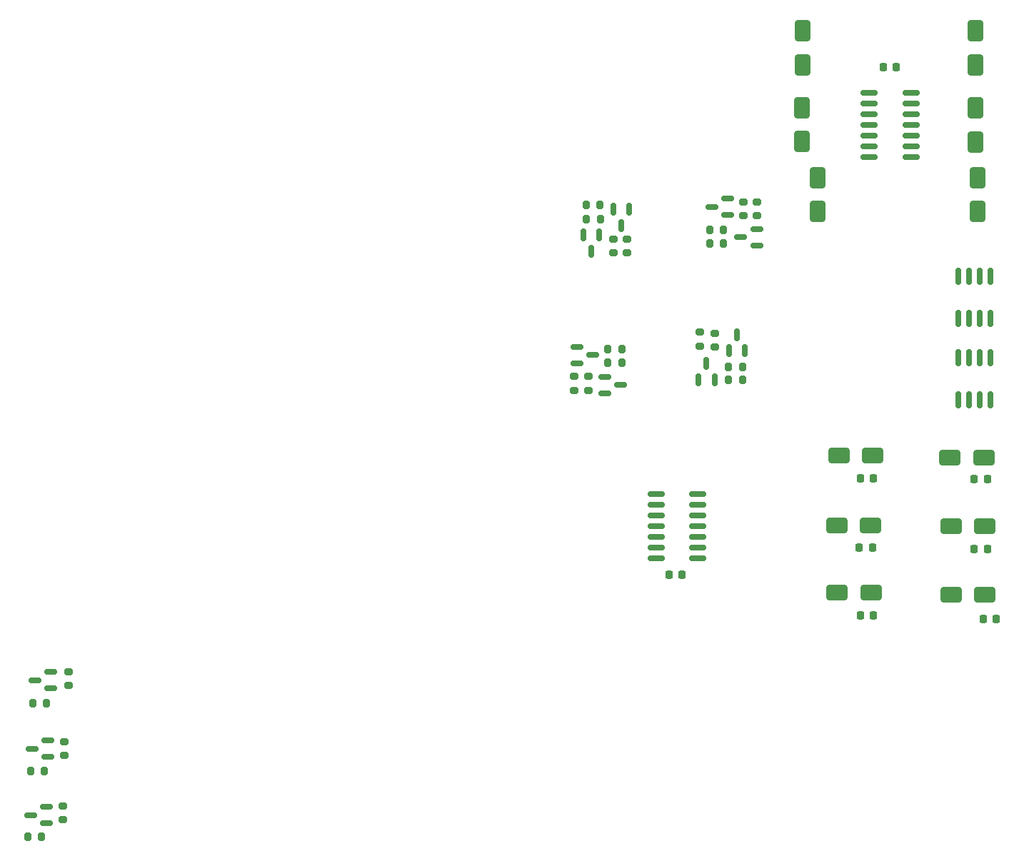
<source format=gbr>
%TF.GenerationSoftware,KiCad,Pcbnew,7.0.1*%
%TF.CreationDate,2023-04-25T19:52:38+01:00*%
%TF.ProjectId,Main-Craft-PCB,4d61696e-2d43-4726-9166-742d5043422e,rev?*%
%TF.SameCoordinates,Original*%
%TF.FileFunction,Paste,Bot*%
%TF.FilePolarity,Positive*%
%FSLAX46Y46*%
G04 Gerber Fmt 4.6, Leading zero omitted, Abs format (unit mm)*
G04 Created by KiCad (PCBNEW 7.0.1) date 2023-04-25 19:52:38*
%MOMM*%
%LPD*%
G01*
G04 APERTURE LIST*
G04 Aperture macros list*
%AMRoundRect*
0 Rectangle with rounded corners*
0 $1 Rounding radius*
0 $2 $3 $4 $5 $6 $7 $8 $9 X,Y pos of 4 corners*
0 Add a 4 corners polygon primitive as box body*
4,1,4,$2,$3,$4,$5,$6,$7,$8,$9,$2,$3,0*
0 Add four circle primitives for the rounded corners*
1,1,$1+$1,$2,$3*
1,1,$1+$1,$4,$5*
1,1,$1+$1,$6,$7*
1,1,$1+$1,$8,$9*
0 Add four rect primitives between the rounded corners*
20,1,$1+$1,$2,$3,$4,$5,0*
20,1,$1+$1,$4,$5,$6,$7,0*
20,1,$1+$1,$6,$7,$8,$9,0*
20,1,$1+$1,$8,$9,$2,$3,0*%
G04 Aperture macros list end*
%ADD10RoundRect,0.150000X0.587500X0.150000X-0.587500X0.150000X-0.587500X-0.150000X0.587500X-0.150000X0*%
%ADD11RoundRect,0.250000X-0.650000X1.000000X-0.650000X-1.000000X0.650000X-1.000000X0.650000X1.000000X0*%
%ADD12RoundRect,0.250000X-1.000000X-0.650000X1.000000X-0.650000X1.000000X0.650000X-1.000000X0.650000X0*%
%ADD13RoundRect,0.200000X0.275000X-0.200000X0.275000X0.200000X-0.275000X0.200000X-0.275000X-0.200000X0*%
%ADD14RoundRect,0.150000X-0.587500X-0.150000X0.587500X-0.150000X0.587500X0.150000X-0.587500X0.150000X0*%
%ADD15RoundRect,0.200000X-0.200000X-0.275000X0.200000X-0.275000X0.200000X0.275000X-0.200000X0.275000X0*%
%ADD16RoundRect,0.150000X-0.150000X0.587500X-0.150000X-0.587500X0.150000X-0.587500X0.150000X0.587500X0*%
%ADD17RoundRect,0.225000X-0.225000X-0.250000X0.225000X-0.250000X0.225000X0.250000X-0.225000X0.250000X0*%
%ADD18RoundRect,0.150000X0.150000X-0.587500X0.150000X0.587500X-0.150000X0.587500X-0.150000X-0.587500X0*%
%ADD19RoundRect,0.200000X-0.275000X0.200000X-0.275000X-0.200000X0.275000X-0.200000X0.275000X0.200000X0*%
%ADD20RoundRect,0.225000X0.225000X0.250000X-0.225000X0.250000X-0.225000X-0.250000X0.225000X-0.250000X0*%
%ADD21RoundRect,0.200000X0.200000X0.275000X-0.200000X0.275000X-0.200000X-0.275000X0.200000X-0.275000X0*%
%ADD22RoundRect,0.162500X0.162500X-0.825000X0.162500X0.825000X-0.162500X0.825000X-0.162500X-0.825000X0*%
%ADD23RoundRect,0.150000X0.825000X0.150000X-0.825000X0.150000X-0.825000X-0.150000X0.825000X-0.150000X0*%
G04 APERTURE END LIST*
D10*
%TO.C,Q14*%
X75359500Y-136906000D03*
X75359500Y-138806000D03*
X73484500Y-137856000D03*
%TD*%
D11*
%TO.C,D1*%
X164846000Y-52737000D03*
X164846000Y-56737000D03*
%TD*%
D10*
%TO.C,Q12*%
X155956000Y-72644000D03*
X155956000Y-74544000D03*
X154081000Y-73594000D03*
%TD*%
D12*
%TO.C,D16*%
X182277000Y-103342000D03*
X186277000Y-103342000D03*
%TD*%
D13*
%TO.C,R47*%
X152649000Y-90106000D03*
X152649000Y-88456000D03*
%TD*%
D14*
%TO.C,Q8*%
X141381000Y-95692000D03*
X141381000Y-93792000D03*
X143256000Y-94742000D03*
%TD*%
D12*
%TO.C,D13*%
X169126000Y-103088000D03*
X173126000Y-103088000D03*
%TD*%
D15*
%TO.C,R59*%
X73264500Y-140523000D03*
X74914500Y-140523000D03*
%TD*%
D12*
%TO.C,D18*%
X182404000Y-119598000D03*
X186404000Y-119598000D03*
%TD*%
D10*
%TO.C,Q11*%
X159355000Y-76266000D03*
X159355000Y-78166000D03*
X157480000Y-77216000D03*
%TD*%
D13*
%TO.C,R50*%
X157782500Y-74676000D03*
X157782500Y-73026000D03*
%TD*%
%TO.C,R61*%
X77763464Y-130355000D03*
X77763464Y-128705000D03*
%TD*%
D16*
%TO.C,Q6*%
X138816000Y-76962000D03*
X140716000Y-76962000D03*
X139766000Y-78837000D03*
%TD*%
D14*
%TO.C,Q7*%
X138079000Y-92136000D03*
X138079000Y-90236000D03*
X139954000Y-91186000D03*
%TD*%
D17*
%TO.C,C18*%
X171526000Y-114010000D03*
X173076000Y-114010000D03*
%TD*%
%TO.C,C19*%
X171653000Y-122011000D03*
X173203000Y-122011000D03*
%TD*%
D18*
%TO.C,Q9*%
X154366000Y-94077000D03*
X152466000Y-94077000D03*
X153416000Y-92202000D03*
%TD*%
D17*
%TO.C,C21*%
X185153000Y-114137000D03*
X186703000Y-114137000D03*
%TD*%
D15*
%TO.C,R43*%
X141732000Y-90488000D03*
X143382000Y-90488000D03*
%TD*%
%TO.C,R46*%
X156015000Y-92583000D03*
X157665000Y-92583000D03*
%TD*%
D19*
%TO.C,R42*%
X139382000Y-93727000D03*
X139382000Y-95377000D03*
%TD*%
D11*
%TO.C,D5*%
X166624000Y-70136000D03*
X166624000Y-74136000D03*
%TD*%
D15*
%TO.C,R57*%
X72936928Y-148270000D03*
X74586928Y-148270000D03*
%TD*%
D12*
%TO.C,D14*%
X168872000Y-111343000D03*
X172872000Y-111343000D03*
%TD*%
D19*
%TO.C,R32*%
X144018000Y-77407000D03*
X144018000Y-79057000D03*
%TD*%
D20*
%TO.C,C15*%
X175908000Y-57023000D03*
X174358000Y-57023000D03*
%TD*%
D19*
%TO.C,R41*%
X137731000Y-93727000D03*
X137731000Y-95377000D03*
%TD*%
D15*
%TO.C,R45*%
X156015000Y-94107000D03*
X157665000Y-94107000D03*
%TD*%
D13*
%TO.C,R48*%
X154427000Y-90233000D03*
X154427000Y-88583000D03*
%TD*%
D12*
%TO.C,D17*%
X182404000Y-111470000D03*
X186404000Y-111470000D03*
%TD*%
D15*
%TO.C,R62*%
X73509464Y-132451000D03*
X75159464Y-132451000D03*
%TD*%
D10*
%TO.C,Q13*%
X75184000Y-144780000D03*
X75184000Y-146680000D03*
X73309000Y-145730000D03*
%TD*%
D21*
%TO.C,R24*%
X140779000Y-73406000D03*
X139129000Y-73406000D03*
%TD*%
D22*
%TO.C,U6*%
X187071000Y-86868000D03*
X185801000Y-86868000D03*
X184531000Y-86868000D03*
X183261000Y-86868000D03*
X183261000Y-81793000D03*
X184531000Y-81793000D03*
X185801000Y-81793000D03*
X187071000Y-81793000D03*
%TD*%
D17*
%TO.C,C17*%
X171666000Y-105755000D03*
X173216000Y-105755000D03*
%TD*%
D22*
%TO.C,U7*%
X187071000Y-96520000D03*
X185801000Y-96520000D03*
X184531000Y-96520000D03*
X183261000Y-96520000D03*
X183261000Y-91445000D03*
X184531000Y-91445000D03*
X185801000Y-91445000D03*
X187071000Y-91445000D03*
%TD*%
D11*
%TO.C,D2*%
X185293000Y-52737000D03*
X185293000Y-56737000D03*
%TD*%
%TO.C,D6*%
X185547000Y-70136000D03*
X185547000Y-74136000D03*
%TD*%
D21*
%TO.C,R51*%
X155432500Y-77978000D03*
X153782500Y-77978000D03*
%TD*%
%TO.C,R44*%
X143382000Y-92075000D03*
X141732000Y-92075000D03*
%TD*%
D18*
%TO.C,Q10*%
X157988000Y-90678000D03*
X156088000Y-90678000D03*
X157038000Y-88803000D03*
%TD*%
D21*
%TO.C,R52*%
X155432500Y-76327000D03*
X153782500Y-76327000D03*
%TD*%
D23*
%TO.C,U8*%
X177670000Y-60071000D03*
X177670000Y-61341000D03*
X177670000Y-62611000D03*
X177670000Y-63881000D03*
X177670000Y-65151000D03*
X177670000Y-66421000D03*
X177670000Y-67691000D03*
X172720000Y-67691000D03*
X172720000Y-66421000D03*
X172720000Y-65151000D03*
X172720000Y-63881000D03*
X172720000Y-62611000D03*
X172720000Y-61341000D03*
X172720000Y-60071000D03*
%TD*%
D17*
%TO.C,C22*%
X186207000Y-122464000D03*
X187757000Y-122464000D03*
%TD*%
D13*
%TO.C,R58*%
X77264500Y-138681000D03*
X77264500Y-137031000D03*
%TD*%
D17*
%TO.C,C20*%
X185153000Y-105882000D03*
X186703000Y-105882000D03*
%TD*%
D11*
%TO.C,D3*%
X164719000Y-61849000D03*
X164719000Y-65849000D03*
%TD*%
D13*
%TO.C,R49*%
X159433500Y-74676000D03*
X159433500Y-73026000D03*
%TD*%
D10*
%TO.C,Q16*%
X75692000Y-128778000D03*
X75692000Y-130678000D03*
X73817000Y-129728000D03*
%TD*%
D16*
%TO.C,Q5*%
X142372000Y-73914000D03*
X144272000Y-73914000D03*
X143322000Y-75789000D03*
%TD*%
D12*
%TO.C,D15*%
X168904000Y-119344000D03*
X172904000Y-119344000D03*
%TD*%
D19*
%TO.C,R33*%
X142367000Y-77407000D03*
X142367000Y-79057000D03*
%TD*%
D23*
%TO.C,U9*%
X152400000Y-107696000D03*
X152400000Y-108966000D03*
X152400000Y-110236000D03*
X152400000Y-111506000D03*
X152400000Y-112776000D03*
X152400000Y-114046000D03*
X152400000Y-115316000D03*
X147450000Y-115316000D03*
X147450000Y-114046000D03*
X147450000Y-112776000D03*
X147450000Y-111506000D03*
X147450000Y-110236000D03*
X147450000Y-108966000D03*
X147450000Y-107696000D03*
%TD*%
D13*
%TO.C,R56*%
X77063928Y-146301000D03*
X77063928Y-144651000D03*
%TD*%
D17*
%TO.C,C23*%
X148958000Y-117221000D03*
X150508000Y-117221000D03*
%TD*%
D21*
%TO.C,R25*%
X139193000Y-75057000D03*
X140843000Y-75057000D03*
%TD*%
D11*
%TO.C,D4*%
X185293000Y-61881000D03*
X185293000Y-65881000D03*
%TD*%
M02*

</source>
